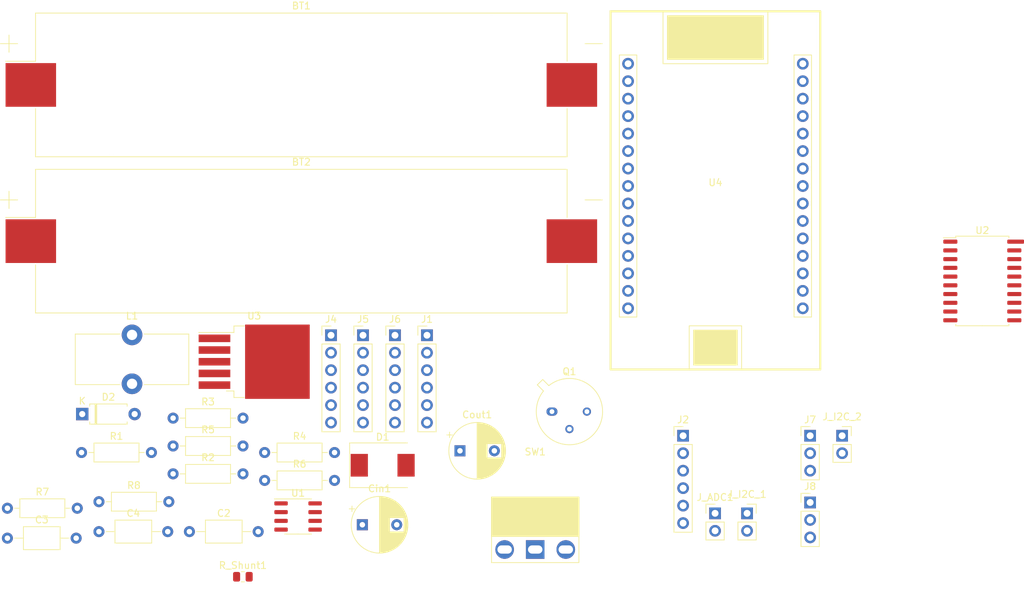
<source format=kicad_pcb>
(kicad_pcb (version 20211014) (generator pcbnew)
  (layers (0 "F.Cu" signal) (31 "B.Cu" signal) (34 "B.Paste" user) (35 "F.Paste" user) (36 "B.SilkS" user "B.Silkscreen") (37 "F.SilkS" user "F.Silkscreen") (38 "B.Mask" user) (39 "F.Mask" user) (44 "Edge.Cuts" user))
  (net 0 "")
  (net 1 "+BATT")
  (net 2 "Net-(BT1-Pad2)")
  (net 3 "GND")
  (net 4 "+5V")
  (net 5 "Net-(C3-Pad1)")
  (net 6 "VDC")
  (net 7 "Net-(D1-Pad1)")
  (net 8 "Net-(D2-Pad1)")
  (net 9 "Net-(D2-Pad2)")
  (net 10 "/M_RIGHT-")
  (net 11 "/ENC_RIGHT_B")
  (net 12 "/ENC_RIGHT_A")
  (net 13 "/M_RIGHT+")
  (net 14 "+3V3")
  (net 15 "/GPIO1_L")
  (net 16 "/SDA")
  (net 17 "/SCL")
  (net 18 "/XSHUT_L")
  (net 19 "/GPIO1_C")
  (net 20 "/XSHUT_C")
  (net 21 "/GPIO1_R")
  (net 22 "/XSHUT_R")
  (net 23 "Net-(Q1-Pad3)")
  (net 24 "VCC")
  (net 25 "/BATTERY_CURRENT")
  (net 26 "/PWM_RIGHT")
  (net 27 "/M_RIGHT_DIR1")
  (net 28 "/M_RIGHT_DIR2")
  (net 29 "/PWM_LEFT")
  (net 30 "/M_LEFT_DIR1")
  (net 31 "/M_LEFT+")
  (net 32 "/M_LEFT-")
  (net 33 "/M_LEFT_DIR2")
  (net 35 "/ENC_LEFT_B")
  (net 36 "/ENC_LEFT_A")
  (net 38 "/ADC_GPIO")
  (net 39 "/ADC")
  (footprint "Resistor_THT:R_Axial_DIN0207_L6.3mm_D2.5mm_P10.16mm_Horizontal" (layer "F.Cu") (at 108.355 129.94)
    (fp_text reference "R3" (at 5.08 -2.37) (layer "F.SilkS"))
    (fp_text value "47k")
    (pad "1" thru_hole circle (at 0 0) (size 1.6 1.6) (drill 0.8) (layers *.Cu *.Mask) (net 6 "VDC"))
    (pad "2" thru_hole oval (at 10.16 0) (size 1.6 1.6) (drill 0.8) (layers *.Cu *.Mask) (net 23 "Net-(Q1-Pad3)"))
  )
  (footprint "Capacitor_THT:CP_Radial_D8.0mm_P5.00mm" (layer "F.Cu") (at 135.869698 145.44)
    (fp_text reference "Cin1" (at 2.5 -5.25) (layer "F.SilkS"))
    (fp_text value "560 uF")
    (pad "1" thru_hole rect (at 0 0) (size 1.6 1.6) (drill 0.8) (layers *.Cu *.Mask) (net 6 "VDC"))
    (pad "2" thru_hole circle (at 5 0) (size 1.6 1.6) (drill 0.8) (layers *.Cu *.Mask) (net 3 "GND"))
  )
  (footprint "Capacitor_THT:C_Axial_L5.1mm_D3.1mm_P10.00mm_Horizontal" (layer "F.Cu") (at 84.265 147.39)
    (fp_text reference "C3" (at 5 -2.67) (layer "F.SilkS"))
    (fp_text value "10 nF")
    (pad "1" thru_hole circle (at 0 0) (size 1.6 1.6) (drill 0.8) (layers *.Cu *.Mask) (net 5 "Net-(C3-Pad1)"))
    (pad "2" thru_hole oval (at 10 0) (size 1.6 1.6) (drill 0.8) (layers *.Cu *.Mask) (net 3 "GND"))
  )
  (footprint "Resistor_THT:R_Axial_DIN0207_L6.3mm_D2.5mm_P10.16mm_Horizontal" (layer "F.Cu") (at 121.665 134.94)
    (fp_text reference "R4" (at 5.08 -2.37) (layer "F.SilkS"))
    (fp_text value "1.8k")
    (pad "1" thru_hole circle (at 0 0) (size 1.6 1.6) (drill 0.8) (layers *.Cu *.Mask) (net 14 "+3V3"))
    (pad "2" thru_hole oval (at 10.16 0) (size 1.6 1.6) (drill 0.8) (layers *.Cu *.Mask) (net 22 "/XSHUT_R"))
  )
  (footprint "Connector_PinHeader_2.54mm:PinHeader_1x06_P2.54mm_Vertical" (layer "F.Cu") (at 140.615 117.89)
    (fp_text reference "J6" (at 0 -2.33) (layer "F.SilkS"))
    (fp_text value "Right_VL53L0X")
    (pad "1" thru_hole rect (at 0 0) (size 1.7 1.7) (drill 1) (layers *.Cu *.Mask) (net 14 "+3V3"))
    (pad "2" thru_hole oval (at 0 2.54) (size 1.7 1.7) (drill 1) (layers *.Cu *.Mask) (net 21 "/GPIO1_R"))
    (pad "3" thru_hole oval (at 0 5.08) (size 1.7 1.7) (drill 1) (layers *.Cu *.Mask) (net 16 "/SDA"))
    (pad "4" thru_hole oval (at 0 7.62) (size 1.7 1.7) (drill 1) (layers *.Cu *.Mask) (net 17 "/SCL"))
    (pad "5" thru_hole oval (at 0 10.16) (size 1.7 1.7) (drill 1) (layers *.Cu *.Mask) (net 22 "/XSHUT_R"))
    (pad "6" thru_hole oval (at 0 12.7) (size 1.7 1.7) (drill 1) (layers *.Cu *.Mask) (net 3 "GND"))
  )
  (footprint "Package_TO_SOT_SMD:TO-263-5_TabPin3" (layer "F.Cu") (at 120.145 121.74)
    (fp_text reference "U3" (at 0 -6.65) (layer "F.SilkS"))
    (fp_text value "LM2596S-5")
    (pad "1" smd rect (at -5.775 -3.4) (size 4.6 1.1) (layers "F.Cu" "F.Paste" "F.Mask") (net 6 "VDC"))
    (pad "2" smd rect (at -5.775 -1.7) (size 4.6 1.1) (layers "F.Cu" "F.Paste" "F.Mask") (net 7 "Net-(D1-Pad1)"))
    (pad "3" smd rect (at 3.375 0) (size 9.4 10.8) (layers "F.Cu" "F.Mask") (net 3 "GND"))
    (pad "3" smd rect (at -5.775 0) (size 4.6 1.1) (layers "F.Cu" "F.Paste" "F.Mask") (net 3 "GND"))
    (pad "4" smd rect (at -5.775 1.7) (size 4.6 1.1) (layers "F.Cu" "F.Paste" "F.Mask") (net 4 "+5V"))
    (pad "5" smd rect (at -5.775 3.4) (size 4.6 1.1) (layers "F.Cu" "F.Paste" "F.Mask") (net 23 "Net-(Q1-Pad3)"))
  )
  (footprint "Package_SO:SOIC-8_3.9x4.9mm_P1.27mm" (layer "F.Cu") (at 126.525 144.24)
    (fp_text reference "U1" (at 0 -3.4) (layer "F.SilkS"))
    (fp_text value "INA270")
    (pad "1" smd roundrect (at -2.475 -1.905) (size 1.95 0.6) (layers "F.Cu" "F.Paste" "F.Mask") (net 6 "VDC"))
    (pad "2" smd roundrect (at -2.475 -0.635) (size 1.95 0.6) (layers "F.Cu" "F.Paste" "F.Mask") (net 3 "GND"))
    (pad "3" smd roundrect (at -2.475 0.635) (size 1.95 0.6) (layers "F.Cu" "F.Paste" "F.Mask") (net 5 "Net-(C3-Pad1)"))
    (pad "4" smd roundrect (at -2.475 1.905) (size 1.95 0.6) (layers "F.Cu" "F.Paste" "F.Mask") (net 5 "Net-(C3-Pad1)"))
    (pad "5" smd roundrect (at 2.475 1.905) (size 1.95 0.6) (layers "F.Cu" "F.Paste" "F.Mask") (net 25 "/BATTERY_CURRENT"))
    (pad "6" smd roundrect (at 2.475 0.635) (size 1.95 0.6) (layers "F.Cu" "F.Paste" "F.Mask") (net 4 "+5V"))
    (pad "7" smd roundrect (at 2.475 -0.635) (size 1.95 0.6) (layers "F.Cu" "F.Paste" "F.Mask") (net 3 "GND"))
    (pad "8" smd roundrect (at 2.475 -1.905) (size 1.95 0.6) (layers "F.Cu" "F.Paste" "F.Mask") (net 24 "VCC"))
  )
  (footprint "TFG:SPDT Switch" (layer "F.Cu") (at 161 146.5)
    (fp_text reference "SW1" (at 0 -11.66 unlocked) (layer "F.SilkS"))
    (fp_text value "SW_DPDT_x2")
    (pad "1" thru_hole circle (at -4.445 2.54) (size 2.7 2.7) (drill oval 2.1 1.2) (layers *.Cu *.Mask))
    (pad "2" thru_hole rect (at 0 2.54) (size 2.7 2.7) (drill oval 2.1 1.2) (layers *.Cu *.Mask) (net 1 "+BATT"))
    (pad "3" thru_hole circle (at 4.445 2.54) (size 2.7 2.7) (drill oval 2.1 1.2) (layers *.Cu *.Mask) (net 24 "VCC"))
  )
  (footprint "Resistor_THT:R_Axial_DIN0207_L6.3mm_D2.5mm_P10.16mm_Horizontal" (layer "F.Cu") (at 84.265 143.04)
    (fp_text reference "R7" (at 5.08 -2.37) (layer "F.SilkS"))
    (fp_text value "10k")
    (pad "1" thru_hole circle (at 0 0) (size 1.6 1.6) (drill 0.8) (layers *.Cu *.Mask) (net 16 "/SDA"))
    (pad "2" thru_hole oval (at 10.16 0) (size 1.6 1.6) (drill 0.8) (layers *.Cu *.Mask) (net 14 "+3V3"))
  )
  (footprint "Connector_PinSocket_2.54mm:PinSocket_1x02_P2.54mm_Vertical" (layer "F.Cu") (at 191.8 143.78)
    (fp_text reference "J_I2C_1" (at 0 -2.77) (layer "F.SilkS"))
    (fp_text value "Conn_01x02")
    (pad "1" thru_hole rect (at 0 0) (size 1.7 1.7) (drill 1) (layers *.Cu *.Mask) (net 17 "/SCL"))
    (pad "2" thru_hole oval (at 0 2.54) (size 1.7 1.7) (drill 1) (layers *.Cu *.Mask) (net 16 "/SDA"))
  )
  (footprint "Resistor_THT:R_Axial_DIN0207_L6.3mm_D2.5mm_P10.16mm_Horizontal" (layer "F.Cu") (at 108.355 133.99)
    (fp_text reference "R5" (at 5.08 -2.37) (layer "F.SilkS"))
    (fp_text value "1.8k")
    (pad "1" thru_hole circle (at 0 0) (size 1.6 1.6) (drill 0.8) (layers *.Cu *.Mask) (net 14 "+3V3"))
    (pad "2" thru_hole oval (at 10.16 0) (size 1.6 1.6) (drill 0.8) (layers *.Cu *.Mask) (net 20 "/XSHUT_C"))
  )
  (footprint "Package_TO_SOT_THT:TO-39-3" (layer "F.Cu") (at 163.435 128.99)
    (fp_text reference "Q1" (at 2.54 -5.82) (layer "F.SilkS"))
    (fp_text value "2N2219")
    (pad "1" thru_hole oval (at 0 0) (size 1.6 1.2) (drill 0.7) (layers *.Cu *.Mask) (net 3 "GND"))
    (pad "2" thru_hole oval (at 2.54 2.54) (size 1.2 1.2) (drill 0.7) (layers *.Cu *.Mask) (net 9 "Net-(D2-Pad2)"))
    (pad "3" thru_hole oval (at 5.08 0) (size 1.2 1.2) (drill 0.7) (layers *.Cu *.Mask) (net 23 "Net-(Q1-Pad3)"))
  )
  (footprint "Resistor_SMD:R_0805_2012Metric" (layer "F.Cu") (at 118.5 153)
    (fp_text reference "R_Shunt1" (at 0 -1.65) (layer "F.SilkS"))
    (fp_text value "0.075 Ohm")
    (pad "1" smd roundrect (at -0.9125 0) (size 1.025 1.4) (layers "F.Cu" "F.Paste" "F.Mask") (roundrect_rratio 0.243902) (net 24 "VCC"))
    (pad "2" smd roundrect (at 0.9125 0) (size 1.025 1.4) (layers "F.Cu" "F.Paste" "F.Mask") (roundrect_rratio 0.243902) (net 6 "VDC"))
  )
  (footprint "Connector_PinHeader_2.54mm:PinHeader_1x03_P2.54mm_Vertical" (layer "F.Cu") (at 200.97 142.2)
    (fp_text reference "J8" (at 0 -2.33) (layer "F.SilkS"))
    (fp_text value "Conn_01x03")
    (pad "1" thru_hole rect (at 0 0) (size 1.7 1.7) (drill 1) (layers *.Cu *.Mask) (net 14 "+3V3"))
    (pad "2" thru_hole oval (at 0 2.54) (size 1.7 1.7) (drill 1) (layers *.Cu *.Mask) (net 14 "+3V3"))
    (pad "3" thru_hole oval (at 0 5.08) (size 1.7 1.7) (drill 1) (layers *.Cu *.Mask) (net 14 "+3V3"))
  )
  (footprint "Connector_PinHeader_2.54mm:PinHeader_1x03_P2.54mm_Vertical" (layer "F.Cu") (at 200.97 132.5)
    (fp_text reference "J7" (at 0 -2.33) (layer "F.SilkS"))
    (fp_text value "Conn_01x03")
    (pad "1" thru_hole rect (at 0 0) (size 1.7 1.7) (drill 1) (layers *.Cu *.Mask) (net 4 "+5V"))
    (pad "2" thru_hole oval (at 0 2.54) (size 1.7 1.7) (drill 1) (layers *.Cu *.Mask) (net 4 "+5V"))
    (pad "3" thru_hole oval (at 0 5.08) (size 1.7 1.7) (drill 1) (layers *.Cu *.Mask) (net 4 "+5V"))
  )
  (footprint "Connector_PinHeader_2.54mm:PinHeader_1x06_P2.54mm_Vertical" (layer "F.Cu") (at 182.5 132.5)
    (fp_text reference "J2" (at 0 -2.33) (layer "F.SilkS"))
    (fp_text value "Motor_Left")
    (pad "1" thru_hole rect (at 0 0) (size 1.7 1.7) (drill 1) (layers *.Cu *.Mask) (net 31 "/M_LEFT+"))
    (pad "2" thru_hole oval (at 0 2.54) (size 1.7 1.7) (drill 1) (layers *.Cu *.Mask) (net 4 "+5V"))
    (pad "3" thru_hole oval (at 0 5.08) (size 1.7 1.7) (drill 1) (layers *.Cu *.Mask) (net 36 "/ENC_LEFT_A"))
    (pad "4" thru_hole oval (at 0 7.62) (size 1.7 1.7) (drill 1) (layers *.Cu *.Mask) (net 35 "/ENC_LEFT_B"))
    (pad "5" thru_hole oval (at 0 10.16) (size 1.7 1.7) (drill 1) (layers *.Cu *.Mask) (net 3 "GND"))
    (pad "6" thru_hole oval (at 0 12.7) (size 1.7 1.7) (drill 1) (layers *.Cu *.Mask) (net 32 "/M_LEFT-"))
  )
  (footprint "Connector_PinSocket_2.54mm:PinSocket_1x02_P2.54mm_Vertical" (layer "F.Cu") (at 205.62 132.5)
    (fp_text reference "J_I2C_2" (at 0 -2.77) (layer "F.SilkS"))
    (fp_text value "Conn_01x02")
    (pad "1" thru_hole rect (at 0 0) (size 1.7 1.7) (drill 1) (layers *.Cu *.Mask) (net 17 "/SCL"))
    (pad "2" thru_hole oval (at 0 2.54) (size 1.7 1.7) (drill 1) (layers *.Cu *.Mask) (net 16 "/SDA"))
  )
  (footprint "Resistor_THT:R_Axial_DIN0207_L6.3mm_D2.5mm_P10.16mm_Horizontal" (layer "F.Cu") (at 97.575 142.09)
    (fp_text reference "R8" (at 5.08 -2.37) (layer "F.SilkS"))
    (fp_text value "10k")
    (pad "1" thru_hole circle (at 0 0) (size 1.6 1.6) (drill 0.8) (layers *.Cu *.Mask) (net 17 "/SCL"))
    (pad "2" thru_hole oval (at 10.16 0) (size 1.6 1.6) (drill 0.8) (layers *.Cu *.Mask) (net 14 "+3V3"))
  )
  (footprint "Capacitor_THT:C_Axial_L5.1mm_D3.1mm_P10.00mm_Horizontal" (layer "F.Cu") (at 110.725 146.44)
    (fp_text reference "C2" (at 5 -2.67) (layer "F.SilkS"))
    (fp_text value "10 nF")
    (pad "1" thru_hole circle (at 0 0) (size 1.6 1.6) (drill 0.8) (layers *.Cu *.Mask) (net 3 "GND"))
    (pad "2" thru_hole oval (at 10 0) (size 1.6 1.6) (drill 0.8) (layers *.Cu *.Mask) (net 4 "+5V"))
  )
  (footprint "Resistor_THT:R_Axial_DIN0207_L6.3mm_D2.5mm_P10.16mm_Horizontal" (layer "F.Cu") (at 121.665 138.99)
    (fp_text reference "R6" (at 5.08 -2.37) (layer "F.SilkS"))
    (fp_text value "1.8k")
    (pad "1" thru_hole circle (at 0 0) (size 1.6 1.6) (drill 0.8) (layers *.Cu *.Mask) (net 14 "+3V3"))
    (pad "2" thru_hole oval (at 10.16 0) (size 1.6 1.6) (drill 0.8) (layers *.Cu *.Mask) (net 18 "/XSHUT_L"))
  )
  (footprint "Connector_PinHeader_2.54mm:PinHeader_1x02_P2.54mm_Vertical" (layer "F.Cu") (at 187.15 143.78)
    (fp_text reference "J_ADC1" (at 0 -2.33) (layer "F.SilkS"))
    (fp_text value "Conn_01x02")
    (pad "1" thru_hole rect (at 0 0) (size 1.7 1.7) (drill 1) (layers *.Cu *.Mask) (net 38 "/ADC_GPIO"))
    (pad "2" thru_hole oval (at 0 2.54) (size 1.7 1.7) (drill 1) (layers *.Cu *.Mask) (net 39 "/ADC"))
  )
  (footprint "Battery:BatteryHolder_Keystone_1042_1x18650" (layer "F.Cu") (at 127 81.5)
    (fp_text reference "BT1" (at 0 -11.5) (layer "F.SilkS"))
    (fp_text value "Battery_Cell")
    (pad "" np_thru_hole circle (at -35.93 -8) (size 2.39 2.39) (drill 2.39) (layers *.Cu *.Mask))
    (pad "" np_thru_hole circle (at 27.6 -8) (size 3.45 3.45) (drill 3.45) (layers *.Cu *.Mask))
    (pad "" np_thru_hole circle (at -27.6 8) (size 3.45 3.45) (drill 3.45) (layers *.Cu *.Mask))
    (pad "1" smd rect (at -39.33 0) (size 7.34 6.35) (layers "F.Cu" "F.Paste" "F.Mask") (net 1 "+BATT"))
    (pad "2" smd rect (at 39.33 0) (size 7.34 6.35) (layers "F.Cu" "F.Paste" "F.Mask") (net 2 "Net-(BT1-Pad2)"))
  )
  (footprint "Package_SO:SOIC-20W_7.5x12.8mm_P1.27mm" (layer "F.Cu") (at 226 110)
    (fp_text reference "U2" (at 0 -7.35) (layer "F.SilkS"))
    (fp_text value "L293DD")
    (pad "1" smd roundrect (at -4.65 -5.715) (size 2.05 0.6) (layers "F.Cu" "F.Paste" "F.Mask") (net 26 "/PWM_RIGHT"))
    (pad "2" smd roundrect (at -4.65 -4.445) (size 2.05 0.6) (layers "F.Cu" "F.Paste" "F.Mask") (net 27 "/M_RIGHT_DIR1"))
    (pad "3" smd roundrect (at -4.65 -3.175) (size 2.05 0.6) (layers "F.Cu" "F.Paste" "F.Mask") (net 13 "/M_RIGHT+"))
    (pad "4" smd roundrect (at -4.65 -1.905) (size 2.05 0.6) (layers "F.Cu" "F.Paste" "F.Mask") (net 3 "GND"))
    (pad "5" smd roundrect (at -4.65 -0.635) (size 2.05 0.6) (layers "F.Cu" "F.Paste" "F.Mask") (net 3 "GND"))
    (pad "6" smd roundrect (at -4.65 0.635) (size 2.05 0.6) (layers "F.Cu" "F.Paste" "F.Mask") (net 3 "GND"))
    (pad "7" smd roundrect (at -4.65 1.905) (size 2.05 0.6) (layers "F.Cu" "F.Paste" "F.Mask") (net 3 "GND"))
    (pad "8" smd roundrect (at -4.65 3.175) (size 2.05 0.6) (layers "F.Cu" "F.Paste" "F.Mask") (net 10 "/M_RIGHT-"))
    (pad "9" smd roundrect (at -4.65 4.445) (size 2.05 0.6) (layers "F.Cu" "F.Paste" "F.Mask") (net 28 "/M_RIGHT_DIR2"))
    (pad "10" smd roundrect (at -4.65 5.715) (size 2.05 0.6) (layers "F.Cu" "F.Paste" "F.Mask") (net 4 "+5V"))
    (pad "11" smd roundrect (at 4.65 5.715) (size 2.05 0.6) (layers "F.Cu" "F.Paste" "F.Mask") (net 29 "/PWM_LEFT"))
    (pad "12" smd roundrect (at 4.65 4.445) (size 2.05 0.6) (layers "F.Cu" "F.Paste" "F.Mask") (net 30 "/M_LEFT_DIR1"))
    (pad "13" smd roundrect (at 4.65 3.175) (size 2.05 0.6) (layers "F.Cu" "F.Paste" "F.Mask") (net 31 "/M_LEFT+"))
    (pad "14" smd roundrect (at 4.65 1.905) (size 2.05 0.6) (layers "F.Cu" "F.Paste" "F.Mask") (net 3 "GND"))
    (pad "15" smd roundrect (at 4.65 0.635) (size 2.05 0.6) (layers "F.Cu" "F.Paste" "F.Mask") (net 3 "GND"))
    (pad "16" smd roundrect (at 4.65 -0.635) (size 2.05 0.6) (layers "F.Cu" "F.Paste" "F.Mask") (net 3 "GND"))
    (pad "17" smd roundrect (at 4.65 -1.905) (size 2.05 0.6) (layers "F.Cu" "F.Paste" "F.Mask") (net 3 "GND"))
    (pad "18" smd roundrect (at 4.65 -3.175) (size 2.05 0.6) (layers "F.Cu" "F.Paste" "F.Mask") (net 32 "/M_LEFT-"))
    (pad "19" smd roundrect (at 4.65 -4.445) (size 2.05 0.6) (layers "F.Cu" "F.Paste" "F.Mask") (net 33 "/M_LEFT_DIR2"))
    (pad "20" smd roundrect (at 4.85 -5.715) (size 2.45 0.6) (layers "F.Cu" "F.Paste" "F.Mask") (net 4 "+5V"))
  )
  (footprint "Resistor_THT:R_Axial_DIN0207_L6.3mm_D2.5mm_P10.16mm_Horizontal" (layer "F.Cu") (at 95.045 134.94)
    (fp_text reference "R1" (at 5.08 -2.37) (layer "F.SilkS"))
    (fp_text value "10k")
    (pad "1" thru_hole circle (at 0 0) (size 1.6 1.6) (drill 0.8) (layers *.Cu *.Mask) (net 9 "Net-(D2-Pad2)"))
    (pad "2" thru_hole oval (at 10.16 0) (size 1.6 1.6) (drill 0.8) (layers *.Cu *.Mask) (net 3 "GND"))
  )
  (footprint "TFG:ESP32 DevKit-V1" (layer "F.Cu") (at 187.2 96.195)
    (fp_text reference "U4" (at 0 -0.5 unlocked) (layer "F.SilkS"))
    (fp_text value "Esp32-DevKit-V1")
    (pad "1" thru_hole circle (at -12.7 -17.78) (size 1.7 1.7) (drill 1) (layers *.Cu *.Mask))
    (pad "2" thru_hole circle (at -12.7 -15.24) (size 1.7 1.7) (drill 1) (layers *.Cu *.Mask) (net 35 "/ENC_LEFT_B"))
    (pad "3" thru_hole circle (at -12.7 -12.7) (size 1.7 1.7) (drill 1) (layers *.Cu *.Mask) (net 36 "/ENC_LEFT_A"))
    (pad "4" thru_hole circle (at -12.7 -10.16) (size 1.7 1.7) (drill 1) (layers *.Cu *.Mask) (net 12 "/ENC_RIGHT_A"))
    (pad "5" thru_hole circle (at -12.7 -7.62) (size 1.7 1.7) (drill 1) (layers *.Cu *.Mask) (net 11 "/ENC_RIGHT_B"))
    (pad "6" thru_hole circle (at -12.7 -5.08) (size 1.7 1.7) (drill 1) (layers *.Cu *.Mask) (net 25 "/BATTERY_CURRENT"))
    (pad "7" thru_hole circle (at -12.7 -2.54) (size 1.7 1.7) (drill 1) (layers *.Cu *.Mask) (net 29 "/PWM_LEFT"))
    (pad "8" thru_hole circle (at -12.7 0) (size 1.7 1.7) (drill 1) (layers *.Cu *.Mask) (net 18 "/XSHUT_L"))
    (pad "9" thru_hole circle (at -12.7 2.54) (size 1.7 1.7) (drill 1) (layers *.Cu *.Mask) (net 20 "/XSHUT_C"))
    (pad "10" thru_hole circle (at -12.7 5.08) (size 1.7 1.7) (drill 1) (layers *.Cu *.Mask) (net 22 "/XSHUT_R"))
    (pad "11" thru_hole circle (at -12.7 7.62) (size 1.7 1.7) (drill 1) (layers *.Cu *.Mask) (net 33 "/M_LEFT_DIR2"))
    (pad "12" thru_hole circle (at -12.7 10.16) (size 1.7 1.7) (drill 1) (layers *.Cu *.Mask))
    (pad "13" thru_hole circle (at -12.7 12.7) (size 1.7 1.7) (drill 1) (layers *.Cu *.Mask) (net 30 "/M_LEFT_DIR1"))
    (pad "14" thru_hole circle (at -12.7 15.24) (size 1.7 1.7) (drill 1) (layers *.Cu *.Mask) (net 3 "GND"))
    (pad "15" thru_hole circle (at -12.7 17.78) (size 1.7 1.7) (drill 1) (layers *.Cu *.Mask) (net 4 "+5V"))
    (pad "16" thru_hole circle (at 12.7 17.78) (size 1.7 1.7) (drill 1) (layers *.Cu *.Mask) (net 14 "+3V3"))
    (pad "17" thru_hole circle (at 12.7 15.24) (size 1.7 1.7) (drill 1) (layers *.Cu *.Mask) (net 3 "GND"))
    (pad "18" thru_hole circle (at 12.7 12.7) (size 1.7 1.7) (drill 1) (layers *.Cu *.Mask))
    (pad "19" thru_hole circle (at 12.7 10.16) (size 1.7 1.7) (drill 1) (layers *.Cu *.Mask) (net 39 "/ADC"))
    (pad "20" thru_hole circle (at 12.7 7.62) (size 1.7 1.7) (drill 1) (layers *.Cu *.Mask) (net 38 "/ADC_GPIO"))
    (pad "21" thru_hole circle (at 12.7 5.08) (size 1.7 1.7) (drill 1) (layers *.Cu *.Mask))
    (pad "22" thru_hole circle (at 12.7 2.54) (size 1.7 1.7) (drill 1) (layers *.Cu *.Mask))
    (pad "23" thru_hole circle (at 12.7 0) (size 1.7 1.7) (drill 1) (layers *.Cu *.Mask))
    (pad "24" thru_hole circle (at 12.7 -2.54) (size 1.7 1.7) (drill 1) (layers *.Cu *.Mask) (net 27 "/M_RIGHT_DIR1"))
    (pad "25" thru_hole circle (at 12.7 -5.08) (size 1.7 1.7) (drill 1) (layers *.Cu *.Mask) (net 28 "/M_RIGHT_DIR2"))
    (pad "26" thru_hole circle (at 12.7 -7.62) (size 1.7 1.7) (drill 1) (layers *.Cu *.Mask) (net 16 "/SDA"))
    (pad "27" thru_hole circle (at 12.7 -10.16) (size 1.7 1.7) (drill 1) (layers *.Cu *.Mask))
    (pad "28" thru_hole circle (at 12.7 -12.7) (size 1.7 1.7) (drill 1) (layers *.Cu *.Mask))
    (pad "29" thru_hole circle (at 12.7 -15.24) (size 1.7 1.7) (drill 1) (layers *.Cu *.Mask) (net 17 "/SCL"))
    (pad "30" thru_hole circle (at 12.7 -17.78) (size 1.7 1.7) (drill 1) (layers *.Cu *.Mask) (net 26 "/PWM_RIGHT"))
  )
  (footprint "Diode_THT:D_A-405_P7.62mm_Horizontal" (layer "F.Cu") (at 95.145 129.35)
    (fp_text reference "D2" (at 3.81 -2.47) (layer "F.SilkS"))
    (fp_text value "D_Zener")
    (fp_text user "K" (at 0 -1.9) (layer "F.SilkS"))
    (pad "1" thru_hole rect (at 0 0) (size 1.8 1.8) (drill 0.9) (layers *.Cu *.Mask) (net 8 "Net-(D2-Pad1)"))
    (pad "2" thru_hole oval (at 7.62 0) (size 1.8 1.8) (drill 0.9) (layers *.Cu *.Mask) (net 9 "Net-(D2-Pad2)"))
  )
  (footprint "Capacitor_THT:C_Axial_L5.1mm_D3.1mm_P10.00mm_Horizontal" (layer "F.Cu") (at 97.575 146.44)
    (fp_text reference "C4" (at 5 -2.67) (layer "F.SilkS"))
    (fp_text value "100 nF")
    (pad "1" thru_hole circle (at 0 0) (size 1.6 1.6) (drill 0.8) (layers *.Cu *.Mask) (net 5 "Net-(C3-Pad1)"))
    (pad "2" thru_hole oval (at 10 0) (size 1.6 1.6) (drill 0.8) (layers *.Cu *.Mask) (net 3 "GND"))
  )
  (footprint "Capacitor_THT:CP_Radial_D8.0mm_P5.00mm" (layer "F.Cu") (at 150.059698 134.69)
    (fp_text reference "Cout1" (at 2.5 -5.25) (layer "F.SilkS"))
    (fp_text value "560 uF")
    (pad "1" thru_hole rect (at 0 0) (size 1.6 1.6) (drill 0.8) (layers *.Cu *.Mask) (net 4 "+5V"))
    (pad "2" thru_hole circle (at 5 0) (size 1.6 1.6) (drill 0.8) (layers *.Cu *.Mask) (net 3 "GND"))
  )
  (footprint "Diode_SMD:D_SMC" (layer "F.Cu") (at 138.825 136.79)
    (fp_text reference "D1" (at 0 -4.1) (layer "F.SilkS"))
    (fp_text value "D_Schottky")
    (pad "1" smd rect (at -3.4 0 90) (size 3.3 2.5) (layers "F.Cu" "F.Paste" "F.Mask") (net 7 "Net-(D1-Pad1)"))
    (pad "2" smd rect (at 3.4 0 90) (size 3.3 2.5) (layers "F.Cu" "F.Paste" "F.Mask") (net 3 "GND"))
  )
  (footprint "Inductor_THT:L_Toroid_Vertical_L16.3mm_W7.1mm_P7.11mm_Pulse_H" (layer "F.Cu") (at 102.385 117.84)
    (fp_text reference "L1" (at 0 -2.75) (layer "F.SilkS"))
    (fp_text value "25 uH")
    (pad "1" thru_hole circle (at 0 0) (size 3 3) (drill 1.5) (layers *.Cu *.Mask) (net 7 "Net-(D1-Pad1)"))
    (pad "2" thru_hole circle (at 0 7.11) (size 3 3) (drill 1.5) (layers *.Cu *.Mask) (net 4 "+5V"))
  )
  (footprint "Connector_PinHeader_2.54mm:PinHeader_1x06_P2.54mm_Vertical" (layer "F.Cu") (at 131.315 117.89)
    (fp_text reference "J4" (at 0 -2.33) (layer "F.SilkS"))
    (fp_text value "Left_VL53L0X")
    (pad "1" thru_hole rect (at 0 0) (size 1.7 1.7) (drill 1) (layers *.Cu *.Mask) (net 14 "+3V3"))
    (pad "2" thru_hole oval (at 0 2.54) (size 1.7 1.7) (drill 1) (layers *.Cu *.Mask) (net 15 "/GPIO1_L"))
    (pad "3" thru_hole oval (at 0 5.08) (size 1.7 1.7) (drill 1) (layers *.Cu *.Mask) (net 16 "/SDA"))
    (pad "4" thru_hole oval (at 0 7.62) (size 1.7 1.7) (drill 1) (layers *.Cu *.Mask) (net 17 "/SCL"))
    (pad "5" thru_hole oval (at 0 10.16) (size 1.7 1.7) (drill 1) (layers *.Cu *.Mask) (net 18 "/XSHUT_L"))
    (pad "6" thru_hole oval (at 0 12.7) (size 1.7 1.7) (drill 1) (layers *.Cu *.Mask) (net 3 "GND"))
  )
  (footprint "Resistor_THT:R_Axial_DIN0207_L6.3mm_D2.5mm_P10.16mm_Horizontal" (layer "F.Cu") (at 108.355 138.04)
    (fp_text reference "R2" (at 5.08 -2.37) (layer "F.SilkS"))
    (fp_text value "10k")
    (pad "1" thru_hole circle (at 0 0) (size 1.6 1.6) (drill 0.8) (layers *.Cu *.Mask) (net 6 "VDC"))
    (pad "2" thru_hole oval (at 10.16 0) (size 1.6 1.6) (drill 0.8) (layers *.Cu *.Mask) (net 8 "Net-(D2-Pad1)"))
  )
  (footprint "Battery:BatteryHolder_Keystone_1042_1x18650" (layer "F.Cu") (at 127 104.21)
    (fp_text reference "BT2" (at 0 -11.5) (layer "F.SilkS"))
    (fp_text value "Battery_Cell")
    (pad "" np_thru_hole circle (at -27.6 8) (size 3.45 3.45) (drill 3.45) (layers *.Cu *.Mask))
    (pad "" np_thru_hole circle (at -35.93 -8) (size 2.39 2.39) (drill 2.39) (layers *.Cu *.Mask))
    (pad "" np_thru_hole circle (at 27.6 -8) (size 3.45 3.45) (drill 3.45) (layers *.Cu *.Mask))
    (pad "1" smd rect (at -39.33 0) (size 7.34 6.35) (layers "F.Cu" "F.Paste" "F.Mask") (net 2 "Net-(BT1-Pad2)"))
    (pad "2" smd rect (at 39.33 0) (size 7.34 6.35) (layers "F.Cu" "F.Paste" "F.Mask") (net 3 "GND"))
  )
  (footprint "Connector_PinHeader_2.54mm:PinHeader_1x06_P2.54mm_Vertical" (layer "F.Cu") (at 145.265 117.89)
    (fp_text reference "J1" (at 0 -2.33) (layer "F.SilkS"))
    (fp_text value "Motor_Right")
    (pad "1" thru_hole rect (at 0 0) (size 1.7 1.7) (drill 1) (layers *.Cu *.Mask) (net 10 "/M_RIGHT-"))
    (pad "2" thru_hole oval (at 0 2.54) (size 1.7 1.7) (drill 1) (layers *.Cu *.Mask) (net 3 "GND"))
    (pad "3" thru_hole oval (at 0 5.08) (size 1.7 1.7) (drill 1) (layers *.Cu *.Mask) (net 11 "/ENC_RIGHT_B"))
    (pad "4" thru_hole oval (at 0 7.62) (size 1.7 1.7) (drill 1) (layers *.Cu *.Mask) (net 12 "/ENC_RIGHT_A"))
    (pad "5" thru_hole oval (at 0 10.16) (size 1.7 1.7) (drill 1) (layers *.Cu *.Mask) (net 4 "+5V"))
    (pad "6" thru_hole oval (at 0 12.7) (size 1.7 1.7) (drill 1) (layers *.Cu *.Mask) (net 13 "/M_RIGHT+"))
  )
  (footprint "Connector_PinHeader_2.54mm:PinHeader_1x06_P2.54mm_Vertical" (layer "F.Cu") (at 135.965 117.89)
    (fp_text reference "J5" (at 0 -2.33) (layer "F.SilkS"))
    (fp_text value "Center_VL53L0X")
    (pad "1" thru_hole rect (at 0 0) (size 1.7 1.7) (drill 1) (layers *.Cu *.Mask) (net 14 "+3V3"))
    (pad "2" thru_hole oval (at 0 2.54) (size 1.7 1.7) (drill 1) (layers *.Cu *.Mask) (net 19 "/GPIO1_C"))
    (pad "3" thru_hole oval (at 0 5.08) (size 1.7 1.7) (drill 1) (layers *.Cu *.Mask) (net 16 "/SDA"))
    (pad "4" thru_hole oval (at 0 7.62) (size 1.7 1.7) (drill 1) (layers *.Cu *.Mask) (net 17 "/SCL"))
    (pad "5" thru_hole oval (at 0 10.16) (size 1.7 1.7) (drill 1) (layers *.Cu *.Mask) (net 20 "/XSHUT_C"))
    (pad "6" thru_hole oval (at 0 12.7) (size 1.7 1.7) (drill 1) (layers *.Cu *.Mask) (net 3 "GND"))
  )
)
</source>
